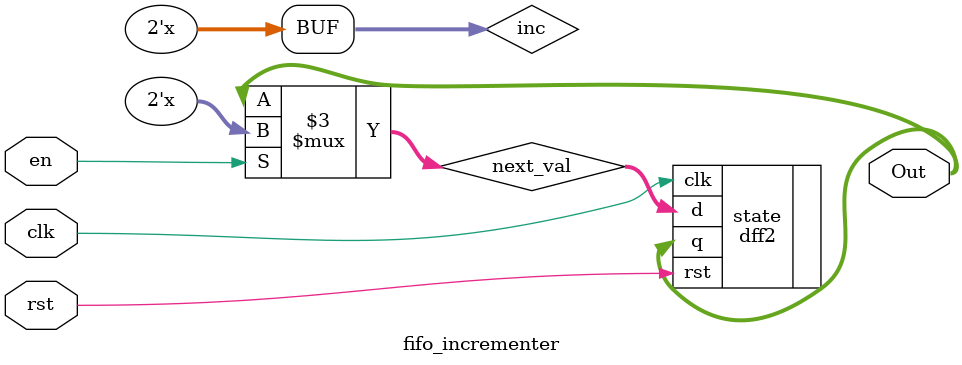
<source format=v>

module fifo_incrementer(en, clk, rst, Out);
    input en, clk, rst;
    output [1:0] Out;

    wire [1:0] inc, next_val;
    
    dff2 state(.d (next_val), .clk (clk), .rst (rst), .q (Out));

    assign inc[0] = ~In[0];
    assign inc[1] = In[1] ^ In[0];
    assign next_val = (en) ? inc : Out;
endmodule

</source>
